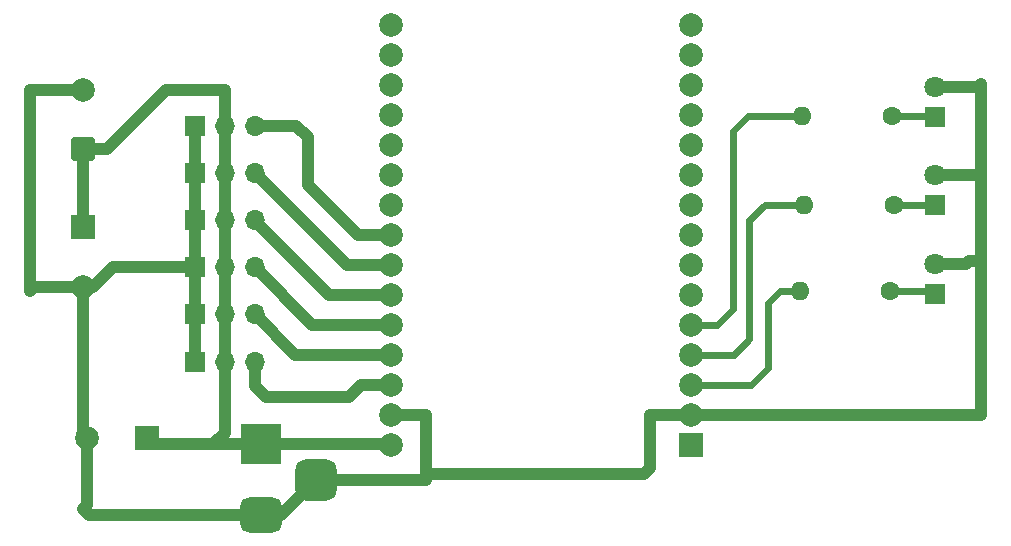
<source format=gbr>
%TF.GenerationSoftware,KiCad,Pcbnew,9.0.4*%
%TF.CreationDate,2025-11-26T19:26:54-05:00*%
%TF.ProjectId,CNC-BOT ESP32 - copia,434e432d-424f-4542-9045-53503332202d,rev?*%
%TF.SameCoordinates,Original*%
%TF.FileFunction,Copper,L2,Bot*%
%TF.FilePolarity,Positive*%
%FSLAX46Y46*%
G04 Gerber Fmt 4.6, Leading zero omitted, Abs format (unit mm)*
G04 Created by KiCad (PCBNEW 9.0.4) date 2025-11-26 19:26:54*
%MOMM*%
%LPD*%
G01*
G04 APERTURE LIST*
G04 Aperture macros list*
%AMRoundRect*
0 Rectangle with rounded corners*
0 $1 Rounding radius*
0 $2 $3 $4 $5 $6 $7 $8 $9 X,Y pos of 4 corners*
0 Add a 4 corners polygon primitive as box body*
4,1,4,$2,$3,$4,$5,$6,$7,$8,$9,$2,$3,0*
0 Add four circle primitives for the rounded corners*
1,1,$1+$1,$2,$3*
1,1,$1+$1,$4,$5*
1,1,$1+$1,$6,$7*
1,1,$1+$1,$8,$9*
0 Add four rect primitives between the rounded corners*
20,1,$1+$1,$2,$3,$4,$5,0*
20,1,$1+$1,$4,$5,$6,$7,0*
20,1,$1+$1,$6,$7,$8,$9,0*
20,1,$1+$1,$8,$9,$2,$3,0*%
G04 Aperture macros list end*
%TA.AperFunction,ComponentPad*%
%ADD10C,1.600000*%
%TD*%
%TA.AperFunction,ComponentPad*%
%ADD11O,1.600000X1.600000*%
%TD*%
%TA.AperFunction,ComponentPad*%
%ADD12R,1.700000X1.700000*%
%TD*%
%TA.AperFunction,ComponentPad*%
%ADD13O,1.700000X1.700000*%
%TD*%
%TA.AperFunction,ComponentPad*%
%ADD14R,1.800000X1.800000*%
%TD*%
%TA.AperFunction,ComponentPad*%
%ADD15C,1.800000*%
%TD*%
%TA.AperFunction,ComponentPad*%
%ADD16RoundRect,0.250000X0.750000X-0.750000X0.750000X0.750000X-0.750000X0.750000X-0.750000X-0.750000X0*%
%TD*%
%TA.AperFunction,ComponentPad*%
%ADD17C,2.000000*%
%TD*%
%TA.AperFunction,ComponentPad*%
%ADD18R,2.000000X2.000000*%
%TD*%
%TA.AperFunction,ComponentPad*%
%ADD19R,3.500000X3.500000*%
%TD*%
%TA.AperFunction,ComponentPad*%
%ADD20RoundRect,0.750000X1.000000X-0.750000X1.000000X0.750000X-1.000000X0.750000X-1.000000X-0.750000X0*%
%TD*%
%TA.AperFunction,ComponentPad*%
%ADD21RoundRect,0.875000X0.875000X-0.875000X0.875000X0.875000X-0.875000X0.875000X-0.875000X-0.875000X0*%
%TD*%
%TA.AperFunction,Conductor*%
%ADD22C,1.000000*%
%TD*%
%TA.AperFunction,Conductor*%
%ADD23C,0.600000*%
%TD*%
G04 APERTURE END LIST*
D10*
%TO.P,R1,1*%
%TO.N,Net-(D1-K)*%
X183810000Y-113500000D03*
D11*
%TO.P,R1,2*%
%TO.N,/led1*%
X176190000Y-113500000D03*
%TD*%
D12*
%TO.P,J7,1,Pin_1*%
%TO.N,GND*%
X124975000Y-103500000D03*
D13*
%TO.P,J7,2,Pin_2*%
%TO.N,+5V*%
X127515000Y-103500000D03*
%TO.P,J7,3,Pin_3*%
%TO.N,/serv5*%
X130055000Y-103500000D03*
%TD*%
D14*
%TO.P,D2,1,K*%
%TO.N,Net-(D2-K)*%
X187625000Y-106250000D03*
D15*
%TO.P,D2,2,A*%
%TO.N,GND*%
X187625000Y-103710000D03*
%TD*%
D16*
%TO.P,C1,1*%
%TO.N,+5V*%
X115500000Y-101500000D03*
D17*
%TO.P,C1,2*%
%TO.N,GND*%
X115500000Y-96500000D03*
%TD*%
D18*
%TO.P,U1,1,3V3*%
%TO.N,unconnected-(U1-3V3-Pad1)*%
X166950000Y-126515000D03*
D17*
%TO.P,U1,2,GND*%
%TO.N,GND*%
X166950000Y-123975000D03*
%TO.P,U1,3,D15*%
%TO.N,/led1*%
X166950000Y-121435000D03*
%TO.P,U1,4,D2*%
%TO.N,/led2*%
X166950000Y-118895000D03*
%TO.P,U1,5,D4*%
%TO.N,/led3*%
X166950000Y-116355000D03*
%TO.P,U1,6,RX2*%
%TO.N,unconnected-(U1-RX2-Pad6)*%
X166950000Y-113815000D03*
%TO.P,U1,7,TX2*%
%TO.N,unconnected-(U1-TX2-Pad7)*%
X166950000Y-111275000D03*
%TO.P,U1,8,D5*%
%TO.N,unconnected-(U1-D5-Pad8)*%
X166950000Y-108735000D03*
%TO.P,U1,9,D18*%
%TO.N,unconnected-(U1-D18-Pad9)*%
X166950000Y-106195000D03*
%TO.P,U1,10,D19*%
%TO.N,unconnected-(U1-D19-Pad10)*%
X166950000Y-103655000D03*
%TO.P,U1,11,D21*%
%TO.N,unconnected-(U1-D21-Pad11)*%
X166950000Y-101115000D03*
%TO.P,U1,12,RX0*%
%TO.N,unconnected-(U1-RX0-Pad12)*%
X166950000Y-98575000D03*
%TO.P,U1,13,TX0*%
%TO.N,unconnected-(U1-TX0-Pad13)*%
X166950000Y-96035000D03*
%TO.P,U1,14,D22*%
%TO.N,unconnected-(U1-D22-Pad14)*%
X166950000Y-93495000D03*
%TO.P,U1,15,D23*%
%TO.N,unconnected-(U1-D23-Pad15)*%
X166950000Y-90955000D03*
%TO.P,U1,16,EN*%
%TO.N,unconnected-(U1-EN-Pad16)*%
X141550000Y-90955000D03*
%TO.P,U1,17,VP*%
%TO.N,unconnected-(U1-VP-Pad17)*%
X141550000Y-93495000D03*
%TO.P,U1,18,VN*%
%TO.N,unconnected-(U1-VN-Pad18)*%
X141550000Y-96035000D03*
%TO.P,U1,19,D34*%
%TO.N,unconnected-(U1-D34-Pad19)*%
X141550000Y-98575000D03*
%TO.P,U1,20,D35*%
%TO.N,unconnected-(U1-D35-Pad20)*%
X141550000Y-101115000D03*
%TO.P,U1,21,D32*%
%TO.N,unconnected-(U1-D32-Pad21)*%
X141550000Y-103655000D03*
%TO.P,U1,22,D33*%
%TO.N,unconnected-(U1-D33-Pad22)*%
X141550000Y-106195000D03*
%TO.P,U1,23,D25*%
%TO.N,/serv6*%
X141550000Y-108735000D03*
%TO.P,U1,24,D26*%
%TO.N,/serv5*%
X141550000Y-111275000D03*
%TO.P,U1,25,D27*%
%TO.N,/serv4*%
X141550000Y-113815000D03*
%TO.P,U1,26,D14*%
%TO.N,/serv3*%
X141550000Y-116355000D03*
%TO.P,U1,27,D12*%
%TO.N,/serv2*%
X141550000Y-118895000D03*
%TO.P,U1,28,D13*%
%TO.N,/serv1*%
X141550000Y-121435000D03*
%TO.P,U1,29,GND*%
%TO.N,GND*%
X141550000Y-123975000D03*
%TO.P,U1,30,VIN*%
%TO.N,+5V*%
X141550000Y-126515000D03*
%TD*%
D10*
%TO.P,R2,1*%
%TO.N,Net-(D2-K)*%
X184120000Y-106190000D03*
D11*
%TO.P,R2,2*%
%TO.N,/led2*%
X176500000Y-106190000D03*
%TD*%
D18*
%TO.P,C3,1*%
%TO.N,+5V*%
X120867677Y-126000000D03*
D17*
%TO.P,C3,2*%
%TO.N,GND*%
X115867677Y-126000000D03*
%TD*%
D12*
%TO.P,J5,1,Pin_1*%
%TO.N,GND*%
X124960000Y-115500000D03*
D13*
%TO.P,J5,2,Pin_2*%
%TO.N,+5V*%
X127500000Y-115500000D03*
%TO.P,J5,3,Pin_3*%
%TO.N,/serv2*%
X130040000Y-115500000D03*
%TD*%
D14*
%TO.P,D3,1,K*%
%TO.N,Net-(D3-K)*%
X187625000Y-98750000D03*
D15*
%TO.P,D3,2,A*%
%TO.N,GND*%
X187625000Y-96210000D03*
%TD*%
D14*
%TO.P,D1,1,K*%
%TO.N,Net-(D1-K)*%
X187625000Y-113750000D03*
D15*
%TO.P,D1,2,A*%
%TO.N,GND*%
X187625000Y-111210000D03*
%TD*%
D12*
%TO.P,J8,1,Pin_1*%
%TO.N,GND*%
X124935000Y-99500000D03*
D13*
%TO.P,J8,2,Pin_2*%
%TO.N,+5V*%
X127475000Y-99500000D03*
%TO.P,J8,3,Pin_3*%
%TO.N,/serv6*%
X130015000Y-99500000D03*
%TD*%
D12*
%TO.P,J6,1,Pin_1*%
%TO.N,GND*%
X124975000Y-107500000D03*
D13*
%TO.P,J6,2,Pin_2*%
%TO.N,+5V*%
X127515000Y-107500000D03*
%TO.P,J6,3,Pin_3*%
%TO.N,/serv4*%
X130055000Y-107500000D03*
%TD*%
D12*
%TO.P,J10,1,Pin_1*%
%TO.N,GND*%
X124975000Y-119500000D03*
D13*
%TO.P,J10,2,Pin_2*%
%TO.N,+5V*%
X127515000Y-119500000D03*
%TO.P,J10,3,Pin_3*%
%TO.N,/serv1*%
X130055000Y-119500000D03*
%TD*%
D10*
%TO.P,R3,1*%
%TO.N,Net-(D3-K)*%
X184000000Y-98690000D03*
D11*
%TO.P,R3,2*%
%TO.N,/led3*%
X176380000Y-98690000D03*
%TD*%
D18*
%TO.P,C2,1*%
%TO.N,+5V*%
X115500000Y-108132323D03*
D17*
%TO.P,C2,2*%
%TO.N,GND*%
X115500000Y-113132323D03*
%TD*%
D19*
%TO.P,J2,1*%
%TO.N,+5V*%
X130542500Y-126500000D03*
D20*
%TO.P,J2,2*%
%TO.N,GND*%
X130542500Y-132500000D03*
D21*
%TO.P,J2,3*%
X135242500Y-129500000D03*
%TD*%
D12*
%TO.P,J9,1,Pin_1*%
%TO.N,GND*%
X124975000Y-111500000D03*
D13*
%TO.P,J9,2,Pin_2*%
%TO.N,+5V*%
X127515000Y-111500000D03*
%TO.P,J9,3,Pin_3*%
%TO.N,/serv3*%
X130055000Y-111500000D03*
%TD*%
D22*
%TO.N,GND*%
X124975000Y-103500000D02*
X124975000Y-99540000D01*
X124975000Y-99540000D02*
X124935000Y-99500000D01*
X124975000Y-107500000D02*
X124975000Y-103500000D01*
X124975000Y-111500000D02*
X124975000Y-107500000D01*
X124960000Y-111515000D02*
X124975000Y-111500000D01*
X124960000Y-115500000D02*
X124960000Y-111515000D01*
X124975000Y-115515000D02*
X124960000Y-115500000D01*
X124975000Y-119500000D02*
X124975000Y-115515000D01*
X116367677Y-113132323D02*
X118000000Y-111500000D01*
X118000000Y-111500000D02*
X124975000Y-111500000D01*
X115500000Y-113132323D02*
X116367677Y-113132323D01*
X111000000Y-113500000D02*
X111000000Y-96500000D01*
X111000000Y-96500000D02*
X115500000Y-96500000D01*
X111367677Y-113132323D02*
X111000000Y-113500000D01*
X115500000Y-113132323D02*
X111367677Y-113132323D01*
X115500000Y-125632323D02*
X115867677Y-126000000D01*
X115500000Y-113132323D02*
X115500000Y-125632323D01*
X116000000Y-132500000D02*
X115500000Y-132000000D01*
X115500000Y-132000000D02*
X115867677Y-131632323D01*
X115867677Y-131632323D02*
X115867677Y-126000000D01*
X130542500Y-132500000D02*
X116000000Y-132500000D01*
X191290000Y-96210000D02*
X187625000Y-96210000D01*
X191500000Y-96000000D02*
X191290000Y-96210000D01*
X191500000Y-103500000D02*
X191500000Y-96000000D01*
X191290000Y-103710000D02*
X187625000Y-103710000D01*
X191500000Y-103500000D02*
X191290000Y-103710000D01*
X191500000Y-111000000D02*
X191500000Y-103500000D01*
X191500000Y-124000000D02*
X191500000Y-111000000D01*
X190500000Y-111000000D02*
X190290000Y-111210000D01*
X191475000Y-123975000D02*
X191500000Y-124000000D01*
X190290000Y-111210000D02*
X187625000Y-111210000D01*
X166950000Y-123975000D02*
X191475000Y-123975000D01*
X191500000Y-111000000D02*
X190500000Y-111000000D01*
X163525000Y-123975000D02*
X166950000Y-123975000D01*
X163500000Y-128500000D02*
X163500000Y-124000000D01*
X163000000Y-129000000D02*
X163500000Y-128500000D01*
X163500000Y-124000000D02*
X163525000Y-123975000D01*
X144500000Y-129000000D02*
X163000000Y-129000000D01*
X144500000Y-129000000D02*
X144500000Y-124000000D01*
X144500000Y-124000000D02*
X143500000Y-124000000D01*
X143475000Y-123975000D02*
X141550000Y-123975000D01*
X144500000Y-129500000D02*
X144500000Y-129000000D01*
X143500000Y-124000000D02*
X143475000Y-123975000D01*
X135242500Y-129500000D02*
X144500000Y-129500000D01*
X132242500Y-132500000D02*
X135242500Y-129500000D01*
X130542500Y-132500000D02*
X132242500Y-132500000D01*
%TO.N,+5V*%
X117500000Y-101500000D02*
X115500000Y-101500000D01*
X127475000Y-96500000D02*
X122500000Y-96500000D01*
X141535000Y-126500000D02*
X141550000Y-126515000D01*
X127500000Y-119485000D02*
X127515000Y-119500000D01*
X127475000Y-99500000D02*
X127475000Y-103460000D01*
X127475000Y-103460000D02*
X127515000Y-103500000D01*
X127475000Y-99500000D02*
X127475000Y-96500000D01*
X127500000Y-125500000D02*
X127500000Y-122000000D01*
X127515000Y-103500000D02*
X127515000Y-107500000D01*
X127500000Y-115500000D02*
X127500000Y-119485000D01*
X122500000Y-96500000D02*
X117500000Y-101500000D01*
X127515000Y-121985000D02*
X127515000Y-119500000D01*
X126500000Y-126500000D02*
X127500000Y-125500000D01*
X115500000Y-108132323D02*
X115500000Y-101500000D01*
X130542500Y-126500000D02*
X141535000Y-126500000D01*
X127500000Y-122000000D02*
X127515000Y-121985000D01*
X127515000Y-111500000D02*
X127515000Y-115485000D01*
X121367677Y-126500000D02*
X120867677Y-126000000D01*
X127515000Y-107500000D02*
X127515000Y-111500000D01*
X127515000Y-115485000D02*
X127500000Y-115500000D01*
X130542500Y-126500000D02*
X121367677Y-126500000D01*
D23*
%TO.N,Net-(D1-K)*%
X183810000Y-113500000D02*
X187375000Y-113500000D01*
X187375000Y-113500000D02*
X187625000Y-113750000D01*
%TO.N,Net-(D2-K)*%
X187565000Y-106190000D02*
X187625000Y-106250000D01*
X184120000Y-106190000D02*
X187565000Y-106190000D01*
%TO.N,Net-(D3-K)*%
X187565000Y-98690000D02*
X187625000Y-98750000D01*
X184000000Y-98690000D02*
X187565000Y-98690000D01*
D22*
%TO.N,/serv3*%
X134910000Y-116355000D02*
X130055000Y-111500000D01*
X141550000Y-116355000D02*
X134910000Y-116355000D01*
%TO.N,/serv1*%
X141550000Y-121435000D02*
X139065000Y-121435000D01*
X130055000Y-121555000D02*
X130055000Y-119500000D01*
X131000000Y-122500000D02*
X130055000Y-121555000D01*
X139065000Y-121435000D02*
X138000000Y-122500000D01*
X138000000Y-122500000D02*
X131000000Y-122500000D01*
%TO.N,/serv2*%
X133435000Y-118895000D02*
X130040000Y-115500000D01*
X141550000Y-118895000D02*
X133435000Y-118895000D01*
%TO.N,/serv4*%
X130055000Y-107555000D02*
X130055000Y-107500000D01*
X141550000Y-113815000D02*
X136315000Y-113815000D01*
X136315000Y-113815000D02*
X130055000Y-107555000D01*
%TO.N,/serv5*%
X137830000Y-111275000D02*
X130055000Y-103500000D01*
X141550000Y-111275000D02*
X137830000Y-111275000D01*
%TO.N,/serv6*%
X141550000Y-108735000D02*
X138735000Y-108735000D01*
X134500000Y-104500000D02*
X134500000Y-100500000D01*
X138735000Y-108735000D02*
X134500000Y-104500000D01*
X133500000Y-99500000D02*
X130015000Y-99500000D01*
X134500000Y-100500000D02*
X133500000Y-99500000D01*
D23*
%TO.N,/led1*%
X172065000Y-121435000D02*
X173500000Y-120000000D01*
X173500000Y-114500000D02*
X174500000Y-113500000D01*
X166950000Y-121435000D02*
X172065000Y-121435000D01*
X174500000Y-113500000D02*
X176190000Y-113500000D01*
X173500000Y-120000000D02*
X173500000Y-114500000D01*
%TO.N,/led2*%
X170605000Y-118895000D02*
X171895000Y-117605000D01*
X171895000Y-117605000D02*
X171895000Y-107485000D01*
X173190000Y-106190000D02*
X176500000Y-106190000D01*
X166950000Y-118895000D02*
X170605000Y-118895000D01*
X171895000Y-107485000D02*
X173190000Y-106190000D01*
%TO.N,/led3*%
X170500000Y-100000000D02*
X171810000Y-98690000D01*
X166950000Y-116355000D02*
X169145000Y-116355000D01*
X170500000Y-115000000D02*
X170500000Y-100000000D01*
X169145000Y-116355000D02*
X170500000Y-115000000D01*
X171810000Y-98690000D02*
X176380000Y-98690000D01*
%TD*%
M02*

</source>
